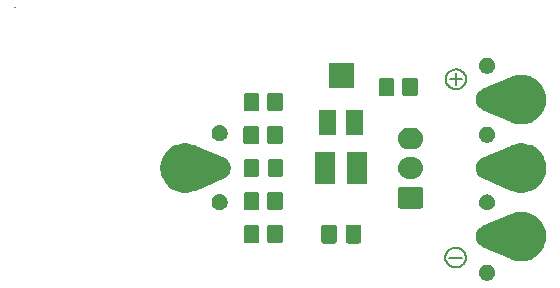
<source format=gbr>
%TF.GenerationSoftware,KiCad,Pcbnew,5.0.2+dfsg1-1*%
%TF.CreationDate,2021-04-27T11:46:40+02:00*%
%TF.ProjectId,eTprox,65547072-6f78-42e6-9b69-6361645f7063,v02*%
%TF.SameCoordinates,Original*%
%TF.FileFunction,Soldermask,Top*%
%TF.FilePolarity,Negative*%
%FSLAX46Y46*%
G04 Gerber Fmt 4.6, Leading zero omitted, Abs format (unit mm)*
G04 Created by KiCad (PCBNEW 5.0.2+dfsg1-1) date mar. 27 avril 2021 11:46:40 CEST*
%MOMM*%
%LPD*%
G01*
G04 APERTURE LIST*
%ADD10C,0.200000*%
%ADD11C,0.100000*%
G04 APERTURE END LIST*
D10*
X83694331Y-59953737D02*
X83694331Y-61007163D01*
X84225100Y-60480490D02*
X83171674Y-60480490D01*
X82841410Y-75329500D02*
X82870700Y-75253200D01*
X82819940Y-75409100D02*
X82841410Y-75329500D01*
X84539940Y-75491600D02*
X84544440Y-75576500D01*
X84526740Y-75409100D02*
X84539940Y-75491600D01*
X82862396Y-60233500D02*
X82891689Y-60157200D01*
X82840930Y-60313100D02*
X82862396Y-60233500D01*
X84366511Y-59952100D02*
X84416658Y-60016100D01*
X84310288Y-59893100D02*
X84366511Y-59952100D01*
X83783396Y-61306800D02*
X83694331Y-61310800D01*
X83869888Y-61294200D02*
X83783396Y-61306800D01*
X84439290Y-75180600D02*
X84475980Y-75253200D01*
X84395660Y-75112100D02*
X84439290Y-75180600D01*
X83584280Y-74750100D02*
X83673340Y-74746100D01*
X83497790Y-74762700D02*
X83584280Y-74750100D01*
X82907390Y-75180600D02*
X82951020Y-75112100D01*
X82870700Y-75253200D02*
X82907390Y-75180600D01*
X84560933Y-60395600D02*
X84565434Y-60480500D01*
X84547732Y-60313100D02*
X84560933Y-60395600D01*
X83584270Y-76402800D02*
X83497780Y-76390200D01*
X83673330Y-76406800D02*
X83584270Y-76402800D01*
X84505260Y-75823500D02*
X84475970Y-75899800D01*
X84526720Y-75743900D02*
X84505260Y-75823500D01*
X84439290Y-75972400D02*
X84395660Y-76040900D01*
X84475970Y-75899800D02*
X84439290Y-75972400D01*
X83953368Y-59687200D02*
X84033400Y-59715100D01*
X83869887Y-59666700D02*
X83953368Y-59687200D01*
X84345510Y-76104800D02*
X84289290Y-76163800D01*
X84395660Y-76040900D02*
X84345510Y-76104800D01*
X83140234Y-59839500D02*
X83207294Y-59791700D01*
X83078374Y-59893100D02*
X83140234Y-59839500D01*
X84505270Y-75329500D02*
X84526740Y-75409100D01*
X84475980Y-75253200D02*
X84505270Y-75329500D01*
X84187481Y-75576490D02*
X83134056Y-75576490D01*
X84544440Y-75576500D02*
X84544420Y-75576500D01*
X84345510Y-75048100D02*
X84395660Y-75112100D01*
X84289290Y-74989100D02*
X84345510Y-75048100D01*
X84181372Y-61169200D02*
X84109550Y-61210800D01*
X84366516Y-61008800D02*
X84310293Y-61067800D01*
X83279112Y-61210800D02*
X83207290Y-61169200D01*
X83355259Y-61245800D02*
X83279112Y-61210800D01*
X83119230Y-76217400D02*
X83057380Y-76163800D01*
X83186290Y-76265200D02*
X83119230Y-76217400D01*
X84526269Y-60727500D02*
X84496977Y-60803800D01*
X83258110Y-76306800D02*
X83186290Y-76265200D01*
X83334260Y-76341800D02*
X83258110Y-76306800D01*
X83932370Y-74783200D02*
X84012400Y-74811100D01*
X83848890Y-74762700D02*
X83932370Y-74783200D01*
X84227430Y-76217400D02*
X84160370Y-76265200D01*
X84289290Y-76163800D02*
X84227430Y-76217400D01*
X83414300Y-76369700D02*
X83334260Y-76341800D01*
X83497780Y-76390200D02*
X83414300Y-76369700D01*
X84109550Y-61210800D02*
X84033403Y-61245800D01*
X84109546Y-59750100D02*
X84181368Y-59791700D01*
X84033400Y-59715100D02*
X84109546Y-59750100D01*
X84416662Y-60944900D02*
X84366516Y-61008800D01*
X82928368Y-60876400D02*
X82891686Y-60803800D01*
X82972001Y-60944900D02*
X82928368Y-60876400D01*
X83119250Y-74935500D02*
X83186310Y-74887700D01*
X83057390Y-74989100D02*
X83119250Y-74935500D01*
X84547734Y-60647900D02*
X84526269Y-60727500D01*
X83435294Y-59687200D02*
X83518775Y-59666700D01*
X83355262Y-59715100D02*
X83435294Y-59687200D01*
X84526266Y-60233500D02*
X84547732Y-60313100D01*
X84496973Y-60157200D02*
X84526266Y-60233500D01*
X83258130Y-74846100D02*
X83334280Y-74811100D01*
X83186310Y-74887700D02*
X83258130Y-74846100D01*
X84310293Y-61067800D02*
X84248433Y-61121400D01*
X83001160Y-76104800D02*
X82951010Y-76040900D01*
X83057380Y-76163800D02*
X83001160Y-76104800D01*
X84565434Y-60480500D02*
X84560934Y-60565400D01*
X83932360Y-76369700D02*
X83848880Y-76390200D01*
X84012400Y-76341800D02*
X83932360Y-76369700D01*
X83953370Y-61273700D02*
X83869888Y-61294200D01*
X84033403Y-61245800D02*
X83953370Y-61273700D01*
X84496977Y-60803800D02*
X84460295Y-60876400D01*
X84227430Y-74935500D02*
X84289290Y-74989100D01*
X84160370Y-74887700D02*
X84227430Y-74935500D01*
X84088550Y-74846100D02*
X84160370Y-74887700D01*
X84012400Y-74811100D02*
X84088550Y-74846100D01*
X84460291Y-60084600D02*
X84496973Y-60157200D01*
X84416658Y-60016100D02*
X84460291Y-60084600D01*
X82806740Y-75661400D02*
X82802240Y-75576500D01*
X82819940Y-75743900D02*
X82806740Y-75661400D01*
X83605267Y-59654100D02*
X83694331Y-59650100D01*
X83518775Y-59666700D02*
X83605267Y-59654100D01*
X84248428Y-59839500D02*
X84310288Y-59893100D01*
X84181368Y-59791700D02*
X84248428Y-59839500D01*
X84248433Y-61121400D02*
X84181372Y-61169200D01*
X82827729Y-60565400D02*
X82823229Y-60480500D01*
X82840929Y-60647900D02*
X82827729Y-60565400D01*
X46331847Y-54403810D02*
X46331847Y-54403810D01*
X82841410Y-75823500D02*
X82819940Y-75743900D01*
X82870700Y-75899800D02*
X82841410Y-75823500D01*
X83022151Y-59952100D02*
X83078374Y-59893100D01*
X82972004Y-60016100D02*
X83022151Y-59952100D01*
X83783395Y-59654100D02*
X83869887Y-59666700D01*
X83694331Y-59650100D02*
X83783395Y-59654100D01*
X83001170Y-75048100D02*
X83057390Y-74989100D01*
X82951020Y-75112100D02*
X83001170Y-75048100D01*
X83022147Y-61008800D02*
X82972001Y-60944900D01*
X83078370Y-61067800D02*
X83022147Y-61008800D01*
X83279116Y-59750100D02*
X83355262Y-59715100D01*
X83207294Y-59791700D02*
X83279116Y-59750100D01*
X83414310Y-74783200D02*
X83497790Y-74762700D01*
X83334280Y-74811100D02*
X83414310Y-74783200D01*
X82806740Y-75491600D02*
X82819940Y-75409100D01*
X82802240Y-75576500D02*
X82806740Y-75491600D01*
X82827729Y-60395600D02*
X82840930Y-60313100D01*
X82823229Y-60480500D02*
X82827729Y-60395600D01*
X84460295Y-60876400D02*
X84416662Y-60944900D01*
X83435292Y-61273700D02*
X83355259Y-61245800D01*
X83518774Y-61294200D02*
X83435292Y-61273700D01*
X83140230Y-61121400D02*
X83078370Y-61067800D01*
X83207290Y-61169200D02*
X83140230Y-61121400D01*
X82928371Y-60084600D02*
X82972004Y-60016100D01*
X82891689Y-60157200D02*
X82928371Y-60084600D01*
X83762390Y-76402800D02*
X83673330Y-76406800D01*
X83848880Y-76390200D02*
X83762390Y-76402800D01*
X83605266Y-61306800D02*
X83518774Y-61294200D01*
X83694331Y-61310800D02*
X83605266Y-61306800D01*
X82862394Y-60727500D02*
X82840929Y-60647900D01*
X82891686Y-60803800D02*
X82862394Y-60727500D01*
X83762400Y-74750100D02*
X83848890Y-74762700D01*
X83673340Y-74746100D02*
X83762400Y-74750100D01*
X84088550Y-76306800D02*
X84012400Y-76341800D01*
X84160370Y-76265200D02*
X84088550Y-76306800D01*
X84539920Y-75661400D02*
X84526720Y-75743900D01*
X84544420Y-75576500D02*
X84539920Y-75661400D01*
X82907380Y-75972400D02*
X82870700Y-75899800D01*
X82951010Y-76040900D02*
X82907380Y-75972400D01*
X84560934Y-60565400D02*
X84547734Y-60647900D01*
D11*
G36*
X86537241Y-76197785D02*
X86660301Y-76248759D01*
X86771053Y-76322761D01*
X86865239Y-76416947D01*
X86939241Y-76527699D01*
X86990215Y-76650759D01*
X87016200Y-76781399D01*
X87016200Y-76914601D01*
X86990215Y-77045241D01*
X86939241Y-77168301D01*
X86865239Y-77279053D01*
X86771053Y-77373239D01*
X86660301Y-77447241D01*
X86537241Y-77498215D01*
X86406601Y-77524200D01*
X86273399Y-77524200D01*
X86142759Y-77498215D01*
X86019699Y-77447241D01*
X85908947Y-77373239D01*
X85814761Y-77279053D01*
X85740759Y-77168301D01*
X85689785Y-77045241D01*
X85663800Y-76914601D01*
X85663800Y-76781399D01*
X85689785Y-76650759D01*
X85740759Y-76527699D01*
X85814761Y-76416947D01*
X85908947Y-76322761D01*
X86019699Y-76248759D01*
X86142759Y-76197785D01*
X86273399Y-76171800D01*
X86406601Y-76171800D01*
X86537241Y-76197785D01*
X86537241Y-76197785D01*
G37*
G36*
X89446114Y-71708934D02*
X89651907Y-71729203D01*
X89915959Y-71809302D01*
X90047986Y-71849352D01*
X90094188Y-71874048D01*
X90413012Y-72044463D01*
X90732961Y-72307039D01*
X90995537Y-72626988D01*
X91106399Y-72834397D01*
X91190648Y-72992014D01*
X91221448Y-73093549D01*
X91310797Y-73388093D01*
X91351366Y-73800000D01*
X91310797Y-74211907D01*
X91258662Y-74383773D01*
X91190648Y-74607986D01*
X91162301Y-74661019D01*
X90995537Y-74973012D01*
X90732961Y-75292961D01*
X90413012Y-75555537D01*
X90160959Y-75690262D01*
X90047986Y-75750648D01*
X89915959Y-75790698D01*
X89651907Y-75870797D01*
X89446114Y-75891066D01*
X89343219Y-75901200D01*
X89136781Y-75901200D01*
X89033886Y-75891066D01*
X88828093Y-75870797D01*
X88564041Y-75790698D01*
X88432014Y-75750648D01*
X88383511Y-75724722D01*
X88359795Y-75712046D01*
X88350115Y-75707395D01*
X85920373Y-74666077D01*
X85908068Y-74660073D01*
X85903249Y-74657421D01*
X85902502Y-74656909D01*
X85890716Y-74649747D01*
X85874837Y-74641259D01*
X85740795Y-74551696D01*
X85719642Y-74534336D01*
X85605664Y-74420358D01*
X85588304Y-74399205D01*
X85498743Y-74265168D01*
X85485853Y-74241050D01*
X85424159Y-74092109D01*
X85422370Y-74086211D01*
X85422367Y-74086204D01*
X85418010Y-74071840D01*
X85418009Y-74071833D01*
X85416218Y-74065930D01*
X85384769Y-73907825D01*
X85382088Y-73880604D01*
X85382088Y-73719396D01*
X85384769Y-73692175D01*
X85416218Y-73534070D01*
X85418009Y-73528167D01*
X85418010Y-73528160D01*
X85422367Y-73513796D01*
X85422370Y-73513789D01*
X85424159Y-73507891D01*
X85485853Y-73358950D01*
X85498743Y-73334832D01*
X85588304Y-73200795D01*
X85605664Y-73179642D01*
X85719642Y-73065664D01*
X85740795Y-73048304D01*
X85874833Y-72958743D01*
X85891115Y-72950040D01*
X85901950Y-72943524D01*
X85904270Y-72941964D01*
X85908635Y-72939596D01*
X85920194Y-72933999D01*
X88350115Y-71892605D01*
X88359795Y-71887954D01*
X88385812Y-71874048D01*
X88432014Y-71849352D01*
X88564041Y-71809302D01*
X88828093Y-71729203D01*
X89033886Y-71708934D01*
X89136781Y-71698800D01*
X89343219Y-71698800D01*
X89446114Y-71708934D01*
X89446114Y-71708934D01*
G37*
G36*
X75531553Y-72791440D02*
X75570952Y-72803391D01*
X75607261Y-72822799D01*
X75639084Y-72848916D01*
X75665201Y-72880739D01*
X75684609Y-72917048D01*
X75696560Y-72956447D01*
X75701200Y-73003557D01*
X75701200Y-74172443D01*
X75696560Y-74219553D01*
X75684609Y-74258952D01*
X75665201Y-74295261D01*
X75639084Y-74327084D01*
X75607261Y-74353201D01*
X75570952Y-74372609D01*
X75531553Y-74384560D01*
X75484443Y-74389200D01*
X74590557Y-74389200D01*
X74543447Y-74384560D01*
X74504048Y-74372609D01*
X74467739Y-74353201D01*
X74435916Y-74327084D01*
X74409799Y-74295261D01*
X74390391Y-74258952D01*
X74378440Y-74219553D01*
X74373800Y-74172443D01*
X74373800Y-73003557D01*
X74378440Y-72956447D01*
X74390391Y-72917048D01*
X74409799Y-72880739D01*
X74435916Y-72848916D01*
X74467739Y-72822799D01*
X74504048Y-72803391D01*
X74543447Y-72791440D01*
X74590557Y-72786800D01*
X75484443Y-72786800D01*
X75531553Y-72791440D01*
X75531553Y-72791440D01*
G37*
G36*
X73456553Y-72791440D02*
X73495952Y-72803391D01*
X73532261Y-72822799D01*
X73564084Y-72848916D01*
X73590201Y-72880739D01*
X73609609Y-72917048D01*
X73621560Y-72956447D01*
X73626200Y-73003557D01*
X73626200Y-74172443D01*
X73621560Y-74219553D01*
X73609609Y-74258952D01*
X73590201Y-74295261D01*
X73564084Y-74327084D01*
X73532261Y-74353201D01*
X73495952Y-74372609D01*
X73456553Y-74384560D01*
X73409443Y-74389200D01*
X72515557Y-74389200D01*
X72468447Y-74384560D01*
X72429048Y-74372609D01*
X72392739Y-74353201D01*
X72360916Y-74327084D01*
X72334799Y-74295261D01*
X72315391Y-74258952D01*
X72303440Y-74219553D01*
X72298800Y-74172443D01*
X72298800Y-73003557D01*
X72303440Y-72956447D01*
X72315391Y-72917048D01*
X72334799Y-72880739D01*
X72360916Y-72848916D01*
X72392739Y-72822799D01*
X72429048Y-72803391D01*
X72468447Y-72791440D01*
X72515557Y-72786800D01*
X73409443Y-72786800D01*
X73456553Y-72791440D01*
X73456553Y-72791440D01*
G37*
G36*
X66903989Y-72816405D02*
X66943051Y-72828254D01*
X66979053Y-72847498D01*
X67010607Y-72873393D01*
X67036502Y-72904947D01*
X67055746Y-72940949D01*
X67067595Y-72980011D01*
X67072200Y-73026770D01*
X67072200Y-74149230D01*
X67067595Y-74195989D01*
X67055746Y-74235051D01*
X67036502Y-74271053D01*
X67010607Y-74302607D01*
X66979053Y-74328502D01*
X66943051Y-74347746D01*
X66903989Y-74359595D01*
X66857230Y-74364200D01*
X65934770Y-74364200D01*
X65888011Y-74359595D01*
X65848949Y-74347746D01*
X65812947Y-74328502D01*
X65781393Y-74302607D01*
X65755498Y-74271053D01*
X65736254Y-74235051D01*
X65724405Y-74195989D01*
X65719800Y-74149230D01*
X65719800Y-73026770D01*
X65724405Y-72980011D01*
X65736254Y-72940949D01*
X65755498Y-72904947D01*
X65781393Y-72873393D01*
X65812947Y-72847498D01*
X65848949Y-72828254D01*
X65888011Y-72816405D01*
X65934770Y-72811800D01*
X66857230Y-72811800D01*
X66903989Y-72816405D01*
X66903989Y-72816405D01*
G37*
G36*
X68903989Y-72816405D02*
X68943051Y-72828254D01*
X68979053Y-72847498D01*
X69010607Y-72873393D01*
X69036502Y-72904947D01*
X69055746Y-72940949D01*
X69067595Y-72980011D01*
X69072200Y-73026770D01*
X69072200Y-74149230D01*
X69067595Y-74195989D01*
X69055746Y-74235051D01*
X69036502Y-74271053D01*
X69010607Y-74302607D01*
X68979053Y-74328502D01*
X68943051Y-74347746D01*
X68903989Y-74359595D01*
X68857230Y-74364200D01*
X67934770Y-74364200D01*
X67888011Y-74359595D01*
X67848949Y-74347746D01*
X67812947Y-74328502D01*
X67781393Y-74302607D01*
X67755498Y-74271053D01*
X67736254Y-74235051D01*
X67724405Y-74195989D01*
X67719800Y-74149230D01*
X67719800Y-73026770D01*
X67724405Y-72980011D01*
X67736254Y-72940949D01*
X67755498Y-72904947D01*
X67781393Y-72873393D01*
X67812947Y-72847498D01*
X67848949Y-72828254D01*
X67888011Y-72816405D01*
X67934770Y-72811800D01*
X68857230Y-72811800D01*
X68903989Y-72816405D01*
X68903989Y-72816405D01*
G37*
G36*
X86537241Y-70249785D02*
X86660301Y-70300759D01*
X86771053Y-70374761D01*
X86865239Y-70468947D01*
X86939241Y-70579699D01*
X86990215Y-70702759D01*
X87016200Y-70833399D01*
X87016200Y-70966601D01*
X86990215Y-71097241D01*
X86939241Y-71220301D01*
X86865239Y-71331053D01*
X86771053Y-71425239D01*
X86660301Y-71499241D01*
X86537241Y-71550215D01*
X86406601Y-71576200D01*
X86273399Y-71576200D01*
X86142759Y-71550215D01*
X86019699Y-71499241D01*
X85908947Y-71425239D01*
X85814761Y-71331053D01*
X85740759Y-71220301D01*
X85689785Y-71097241D01*
X85663800Y-70966601D01*
X85663800Y-70833399D01*
X85689785Y-70702759D01*
X85740759Y-70579699D01*
X85814761Y-70468947D01*
X85908947Y-70374761D01*
X86019699Y-70300759D01*
X86142759Y-70249785D01*
X86273399Y-70223800D01*
X86406601Y-70223800D01*
X86537241Y-70249785D01*
X86537241Y-70249785D01*
G37*
G36*
X66903989Y-70022405D02*
X66943051Y-70034254D01*
X66979053Y-70053498D01*
X67010607Y-70079393D01*
X67036502Y-70110947D01*
X67055746Y-70146949D01*
X67067595Y-70186011D01*
X67072200Y-70232770D01*
X67072200Y-71355230D01*
X67067595Y-71401989D01*
X67055746Y-71441051D01*
X67036502Y-71477053D01*
X67010607Y-71508607D01*
X66979053Y-71534502D01*
X66943051Y-71553746D01*
X66903989Y-71565595D01*
X66857230Y-71570200D01*
X65934770Y-71570200D01*
X65888011Y-71565595D01*
X65848949Y-71553746D01*
X65812947Y-71534502D01*
X65781393Y-71508607D01*
X65755498Y-71477053D01*
X65736254Y-71441051D01*
X65724405Y-71401989D01*
X65719800Y-71355230D01*
X65719800Y-70232770D01*
X65724405Y-70186011D01*
X65736254Y-70146949D01*
X65755498Y-70110947D01*
X65781393Y-70079393D01*
X65812947Y-70053498D01*
X65848949Y-70034254D01*
X65888011Y-70022405D01*
X65934770Y-70017800D01*
X66857230Y-70017800D01*
X66903989Y-70022405D01*
X66903989Y-70022405D01*
G37*
G36*
X68903989Y-70022405D02*
X68943051Y-70034254D01*
X68979053Y-70053498D01*
X69010607Y-70079393D01*
X69036502Y-70110947D01*
X69055746Y-70146949D01*
X69067595Y-70186011D01*
X69072200Y-70232770D01*
X69072200Y-71355230D01*
X69067595Y-71401989D01*
X69055746Y-71441051D01*
X69036502Y-71477053D01*
X69010607Y-71508607D01*
X68979053Y-71534502D01*
X68943051Y-71553746D01*
X68903989Y-71565595D01*
X68857230Y-71570200D01*
X67934770Y-71570200D01*
X67888011Y-71565595D01*
X67848949Y-71553746D01*
X67812947Y-71534502D01*
X67781393Y-71508607D01*
X67755498Y-71477053D01*
X67736254Y-71441051D01*
X67724405Y-71401989D01*
X67719800Y-71355230D01*
X67719800Y-70232770D01*
X67724405Y-70186011D01*
X67736254Y-70146949D01*
X67755498Y-70110947D01*
X67781393Y-70079393D01*
X67812947Y-70053498D01*
X67848949Y-70034254D01*
X67888011Y-70022405D01*
X67934770Y-70017800D01*
X68857230Y-70017800D01*
X68903989Y-70022405D01*
X68903989Y-70022405D01*
G37*
G36*
X63889241Y-70227785D02*
X64012301Y-70278759D01*
X64123053Y-70352761D01*
X64217239Y-70446947D01*
X64291241Y-70557699D01*
X64342215Y-70680759D01*
X64368200Y-70811399D01*
X64368200Y-70944601D01*
X64342215Y-71075241D01*
X64291241Y-71198301D01*
X64217239Y-71309053D01*
X64123053Y-71403239D01*
X64012301Y-71477241D01*
X63889241Y-71528215D01*
X63758601Y-71554200D01*
X63625399Y-71554200D01*
X63494759Y-71528215D01*
X63371699Y-71477241D01*
X63260947Y-71403239D01*
X63166761Y-71309053D01*
X63092759Y-71198301D01*
X63041785Y-71075241D01*
X63015800Y-70944601D01*
X63015800Y-70811399D01*
X63041785Y-70680759D01*
X63092759Y-70557699D01*
X63166761Y-70446947D01*
X63260947Y-70352761D01*
X63371699Y-70278759D01*
X63494759Y-70227785D01*
X63625399Y-70201800D01*
X63758601Y-70201800D01*
X63889241Y-70227785D01*
X63889241Y-70227785D01*
G37*
G36*
X80744835Y-69577932D02*
X80779275Y-69588379D01*
X80811009Y-69605342D01*
X80838828Y-69628172D01*
X80861658Y-69655991D01*
X80878621Y-69687725D01*
X80889068Y-69722165D01*
X80893200Y-69764117D01*
X80893200Y-71235883D01*
X80889068Y-71277835D01*
X80878621Y-71312275D01*
X80861658Y-71344009D01*
X80838828Y-71371828D01*
X80811009Y-71394658D01*
X80779275Y-71411621D01*
X80744835Y-71422068D01*
X80702883Y-71426200D01*
X78981117Y-71426200D01*
X78939165Y-71422068D01*
X78904725Y-71411621D01*
X78872991Y-71394658D01*
X78845172Y-71371828D01*
X78822342Y-71344009D01*
X78805379Y-71312275D01*
X78794932Y-71277835D01*
X78790800Y-71235883D01*
X78790800Y-69764117D01*
X78794932Y-69722165D01*
X78805379Y-69687725D01*
X78822342Y-69655991D01*
X78845172Y-69628172D01*
X78872991Y-69605342D01*
X78904725Y-69588379D01*
X78939165Y-69577932D01*
X78981117Y-69573800D01*
X80702883Y-69573800D01*
X80744835Y-69577932D01*
X80744835Y-69577932D01*
G37*
G36*
X89352133Y-65899678D02*
X89651907Y-65929203D01*
X89915959Y-66009302D01*
X90047986Y-66049352D01*
X90113797Y-66084529D01*
X90413012Y-66244463D01*
X90732961Y-66507039D01*
X90995537Y-66826988D01*
X91127461Y-67073800D01*
X91190648Y-67192014D01*
X91201940Y-67229240D01*
X91310797Y-67588093D01*
X91351366Y-68000000D01*
X91310797Y-68411907D01*
X91294640Y-68465168D01*
X91190648Y-68807986D01*
X91162301Y-68861019D01*
X90995537Y-69173012D01*
X90732961Y-69492961D01*
X90413012Y-69755537D01*
X90160959Y-69890262D01*
X90047986Y-69950648D01*
X90004695Y-69963780D01*
X89651907Y-70070797D01*
X89446114Y-70091066D01*
X89343219Y-70101200D01*
X89136781Y-70101200D01*
X89033886Y-70091066D01*
X88828093Y-70070797D01*
X88475305Y-69963780D01*
X88432014Y-69950648D01*
X88383511Y-69924722D01*
X88359795Y-69912046D01*
X88350115Y-69907395D01*
X85920373Y-68866077D01*
X85908068Y-68860073D01*
X85903249Y-68857421D01*
X85902502Y-68856909D01*
X85890716Y-68849747D01*
X85874837Y-68841259D01*
X85740795Y-68751696D01*
X85719642Y-68734336D01*
X85605664Y-68620358D01*
X85588304Y-68599205D01*
X85498743Y-68465168D01*
X85485853Y-68441050D01*
X85424159Y-68292109D01*
X85422370Y-68286211D01*
X85422367Y-68286204D01*
X85418010Y-68271840D01*
X85418009Y-68271833D01*
X85416218Y-68265930D01*
X85384769Y-68107825D01*
X85382088Y-68080604D01*
X85382088Y-67919396D01*
X85384769Y-67892175D01*
X85416218Y-67734070D01*
X85418009Y-67728167D01*
X85418010Y-67728160D01*
X85422367Y-67713796D01*
X85422370Y-67713789D01*
X85424159Y-67707891D01*
X85485853Y-67558950D01*
X85498743Y-67534832D01*
X85588304Y-67400795D01*
X85605664Y-67379642D01*
X85719642Y-67265664D01*
X85740795Y-67248304D01*
X85874833Y-67158743D01*
X85891115Y-67150040D01*
X85901950Y-67143524D01*
X85904270Y-67141964D01*
X85908635Y-67139596D01*
X85920194Y-67133999D01*
X88350115Y-66092605D01*
X88359795Y-66087954D01*
X88400960Y-66065951D01*
X88432014Y-66049352D01*
X88564041Y-66009302D01*
X88828093Y-65929203D01*
X89127867Y-65899678D01*
X89136781Y-65898800D01*
X89343219Y-65898800D01*
X89352133Y-65899678D01*
X89352133Y-65899678D01*
G37*
G36*
X60904133Y-65899678D02*
X61203907Y-65929203D01*
X61467959Y-66009302D01*
X61599986Y-66049352D01*
X61631040Y-66065951D01*
X61672205Y-66087954D01*
X61681885Y-66092605D01*
X64111627Y-67133923D01*
X64123932Y-67139927D01*
X64128751Y-67142579D01*
X64129498Y-67143091D01*
X64141284Y-67150253D01*
X64157163Y-67158741D01*
X64291205Y-67248304D01*
X64312358Y-67265664D01*
X64426336Y-67379642D01*
X64443696Y-67400795D01*
X64533257Y-67534832D01*
X64546147Y-67558950D01*
X64607841Y-67707891D01*
X64609630Y-67713789D01*
X64609633Y-67713796D01*
X64613990Y-67728160D01*
X64613991Y-67728167D01*
X64615782Y-67734070D01*
X64647231Y-67892175D01*
X64649912Y-67919396D01*
X64649912Y-68080604D01*
X64647231Y-68107825D01*
X64615782Y-68265930D01*
X64613991Y-68271833D01*
X64613990Y-68271840D01*
X64609633Y-68286204D01*
X64609630Y-68286211D01*
X64607841Y-68292109D01*
X64546147Y-68441050D01*
X64533257Y-68465168D01*
X64443696Y-68599205D01*
X64426336Y-68620358D01*
X64312358Y-68734336D01*
X64291205Y-68751696D01*
X64157167Y-68841257D01*
X64140885Y-68849960D01*
X64130050Y-68856476D01*
X64127730Y-68858036D01*
X64123365Y-68860404D01*
X64111806Y-68866001D01*
X61681885Y-69907395D01*
X61672205Y-69912046D01*
X61648489Y-69924722D01*
X61599986Y-69950648D01*
X61556695Y-69963780D01*
X61203907Y-70070797D01*
X60998114Y-70091066D01*
X60895219Y-70101200D01*
X60688781Y-70101200D01*
X60585886Y-70091066D01*
X60380093Y-70070797D01*
X60027305Y-69963780D01*
X59984014Y-69950648D01*
X59871041Y-69890262D01*
X59618988Y-69755537D01*
X59299039Y-69492961D01*
X59036463Y-69173012D01*
X58869699Y-68861019D01*
X58841352Y-68807986D01*
X58737360Y-68465168D01*
X58721203Y-68411907D01*
X58680634Y-68000000D01*
X58721203Y-67588093D01*
X58830060Y-67229240D01*
X58841352Y-67192014D01*
X58904539Y-67073800D01*
X59036463Y-66826988D01*
X59299039Y-66507039D01*
X59618988Y-66244463D01*
X59918203Y-66084529D01*
X59984014Y-66049352D01*
X60116041Y-66009302D01*
X60380093Y-65929203D01*
X60679867Y-65899678D01*
X60688781Y-65898800D01*
X60895219Y-65898800D01*
X60904133Y-65899678D01*
X60904133Y-65899678D01*
G37*
G36*
X76206200Y-69351200D02*
X74493800Y-69351200D01*
X74493800Y-66648800D01*
X76206200Y-66648800D01*
X76206200Y-69351200D01*
X76206200Y-69351200D01*
G37*
G36*
X73506200Y-69351200D02*
X71793800Y-69351200D01*
X71793800Y-66648800D01*
X73506200Y-66648800D01*
X73506200Y-69351200D01*
X73506200Y-69351200D01*
G37*
G36*
X80148563Y-67087201D02*
X80148566Y-67087202D01*
X80148567Y-67087202D01*
X80323156Y-67140163D01*
X80323158Y-67140164D01*
X80323161Y-67140165D01*
X80484059Y-67226166D01*
X80625091Y-67341909D01*
X80740834Y-67482941D01*
X80826835Y-67643839D01*
X80826836Y-67643842D01*
X80826837Y-67643844D01*
X80879798Y-67818433D01*
X80879799Y-67818437D01*
X80897681Y-68000000D01*
X80879799Y-68181563D01*
X80879798Y-68181566D01*
X80879798Y-68181567D01*
X80848057Y-68286204D01*
X80826835Y-68356161D01*
X80740834Y-68517059D01*
X80625091Y-68658091D01*
X80484059Y-68773834D01*
X80323161Y-68859835D01*
X80323158Y-68859836D01*
X80323156Y-68859837D01*
X80148567Y-68912798D01*
X80148566Y-68912798D01*
X80148563Y-68912799D01*
X80012500Y-68926200D01*
X79671500Y-68926200D01*
X79535437Y-68912799D01*
X79535434Y-68912798D01*
X79535433Y-68912798D01*
X79360844Y-68859837D01*
X79360842Y-68859836D01*
X79360839Y-68859835D01*
X79199941Y-68773834D01*
X79058909Y-68658091D01*
X78943166Y-68517059D01*
X78857165Y-68356161D01*
X78835944Y-68286204D01*
X78804202Y-68181567D01*
X78804202Y-68181566D01*
X78804201Y-68181563D01*
X78786319Y-68000000D01*
X78804201Y-67818437D01*
X78804202Y-67818433D01*
X78857163Y-67643844D01*
X78857164Y-67643842D01*
X78857165Y-67643839D01*
X78943166Y-67482941D01*
X79058909Y-67341909D01*
X79199941Y-67226166D01*
X79360839Y-67140165D01*
X79360842Y-67140164D01*
X79360844Y-67140163D01*
X79535433Y-67087202D01*
X79535434Y-67087202D01*
X79535437Y-67087201D01*
X79671500Y-67073800D01*
X80012500Y-67073800D01*
X80148563Y-67087201D01*
X80148563Y-67087201D01*
G37*
G36*
X68910055Y-67228476D02*
X68949805Y-67240534D01*
X68986431Y-67260111D01*
X69018539Y-67286461D01*
X69044889Y-67318569D01*
X69064466Y-67355195D01*
X69076524Y-67394945D01*
X69081200Y-67442418D01*
X69081200Y-68557582D01*
X69076524Y-68605055D01*
X69064466Y-68644805D01*
X69044889Y-68681431D01*
X69018539Y-68713539D01*
X68986431Y-68739889D01*
X68949805Y-68759466D01*
X68910055Y-68771524D01*
X68862582Y-68776200D01*
X67997418Y-68776200D01*
X67949945Y-68771524D01*
X67910195Y-68759466D01*
X67873569Y-68739889D01*
X67841461Y-68713539D01*
X67815111Y-68681431D01*
X67795534Y-68644805D01*
X67783476Y-68605055D01*
X67778800Y-68557582D01*
X67778800Y-67442418D01*
X67783476Y-67394945D01*
X67795534Y-67355195D01*
X67815111Y-67318569D01*
X67841461Y-67286461D01*
X67873569Y-67260111D01*
X67910195Y-67240534D01*
X67949945Y-67228476D01*
X67997418Y-67223800D01*
X68862582Y-67223800D01*
X68910055Y-67228476D01*
X68910055Y-67228476D01*
G37*
G36*
X66860055Y-67228476D02*
X66899805Y-67240534D01*
X66936431Y-67260111D01*
X66968539Y-67286461D01*
X66994889Y-67318569D01*
X67014466Y-67355195D01*
X67026524Y-67394945D01*
X67031200Y-67442418D01*
X67031200Y-68557582D01*
X67026524Y-68605055D01*
X67014466Y-68644805D01*
X66994889Y-68681431D01*
X66968539Y-68713539D01*
X66936431Y-68739889D01*
X66899805Y-68759466D01*
X66860055Y-68771524D01*
X66812582Y-68776200D01*
X65947418Y-68776200D01*
X65899945Y-68771524D01*
X65860195Y-68759466D01*
X65823569Y-68739889D01*
X65791461Y-68713539D01*
X65765111Y-68681431D01*
X65745534Y-68644805D01*
X65733476Y-68605055D01*
X65728800Y-68557582D01*
X65728800Y-67442418D01*
X65733476Y-67394945D01*
X65745534Y-67355195D01*
X65765111Y-67318569D01*
X65791461Y-67286461D01*
X65823569Y-67260111D01*
X65860195Y-67240534D01*
X65899945Y-67228476D01*
X65947418Y-67223800D01*
X66812582Y-67223800D01*
X66860055Y-67228476D01*
X66860055Y-67228476D01*
G37*
G36*
X80148563Y-64587201D02*
X80148566Y-64587202D01*
X80148567Y-64587202D01*
X80323156Y-64640163D01*
X80323158Y-64640164D01*
X80323161Y-64640165D01*
X80484059Y-64726166D01*
X80625091Y-64841909D01*
X80740834Y-64982941D01*
X80826835Y-65143839D01*
X80879799Y-65318437D01*
X80897681Y-65500000D01*
X80879799Y-65681563D01*
X80879798Y-65681566D01*
X80879798Y-65681567D01*
X80827779Y-65853051D01*
X80826835Y-65856161D01*
X80740834Y-66017059D01*
X80625091Y-66158091D01*
X80484059Y-66273834D01*
X80323161Y-66359835D01*
X80323158Y-66359836D01*
X80323156Y-66359837D01*
X80148567Y-66412798D01*
X80148566Y-66412798D01*
X80148563Y-66412799D01*
X80012500Y-66426200D01*
X79671500Y-66426200D01*
X79535437Y-66412799D01*
X79535434Y-66412798D01*
X79535433Y-66412798D01*
X79360844Y-66359837D01*
X79360842Y-66359836D01*
X79360839Y-66359835D01*
X79199941Y-66273834D01*
X79058909Y-66158091D01*
X78943166Y-66017059D01*
X78857165Y-65856161D01*
X78856222Y-65853051D01*
X78804202Y-65681567D01*
X78804202Y-65681566D01*
X78804201Y-65681563D01*
X78786319Y-65500000D01*
X78804201Y-65318437D01*
X78857165Y-65143839D01*
X78943166Y-64982941D01*
X79058909Y-64841909D01*
X79199941Y-64726166D01*
X79360839Y-64640165D01*
X79360842Y-64640164D01*
X79360844Y-64640163D01*
X79535433Y-64587202D01*
X79535434Y-64587202D01*
X79535437Y-64587201D01*
X79671500Y-64573800D01*
X80012500Y-64573800D01*
X80148563Y-64587201D01*
X80148563Y-64587201D01*
G37*
G36*
X68887989Y-64434405D02*
X68927051Y-64446254D01*
X68963053Y-64465498D01*
X68994607Y-64491393D01*
X69020502Y-64522947D01*
X69039746Y-64558949D01*
X69051595Y-64598011D01*
X69056200Y-64644770D01*
X69056200Y-65767230D01*
X69051595Y-65813989D01*
X69039746Y-65853051D01*
X69020502Y-65889053D01*
X68994607Y-65920607D01*
X68963053Y-65946502D01*
X68927051Y-65965746D01*
X68887989Y-65977595D01*
X68841230Y-65982200D01*
X67918770Y-65982200D01*
X67872011Y-65977595D01*
X67832949Y-65965746D01*
X67796947Y-65946502D01*
X67765393Y-65920607D01*
X67739498Y-65889053D01*
X67720254Y-65853051D01*
X67708405Y-65813989D01*
X67703800Y-65767230D01*
X67703800Y-64644770D01*
X67708405Y-64598011D01*
X67720254Y-64558949D01*
X67739498Y-64522947D01*
X67765393Y-64491393D01*
X67796947Y-64465498D01*
X67832949Y-64446254D01*
X67872011Y-64434405D01*
X67918770Y-64429800D01*
X68841230Y-64429800D01*
X68887989Y-64434405D01*
X68887989Y-64434405D01*
G37*
G36*
X66887989Y-64434405D02*
X66927051Y-64446254D01*
X66963053Y-64465498D01*
X66994607Y-64491393D01*
X67020502Y-64522947D01*
X67039746Y-64558949D01*
X67051595Y-64598011D01*
X67056200Y-64644770D01*
X67056200Y-65767230D01*
X67051595Y-65813989D01*
X67039746Y-65853051D01*
X67020502Y-65889053D01*
X66994607Y-65920607D01*
X66963053Y-65946502D01*
X66927051Y-65965746D01*
X66887989Y-65977595D01*
X66841230Y-65982200D01*
X65918770Y-65982200D01*
X65872011Y-65977595D01*
X65832949Y-65965746D01*
X65796947Y-65946502D01*
X65765393Y-65920607D01*
X65739498Y-65889053D01*
X65720254Y-65853051D01*
X65708405Y-65813989D01*
X65703800Y-65767230D01*
X65703800Y-64644770D01*
X65708405Y-64598011D01*
X65720254Y-64558949D01*
X65739498Y-64522947D01*
X65765393Y-64491393D01*
X65796947Y-64465498D01*
X65832949Y-64446254D01*
X65872011Y-64434405D01*
X65918770Y-64429800D01*
X66841230Y-64429800D01*
X66887989Y-64434405D01*
X66887989Y-64434405D01*
G37*
G36*
X86537241Y-64513785D02*
X86660301Y-64564759D01*
X86771053Y-64638761D01*
X86865239Y-64732947D01*
X86939241Y-64843699D01*
X86990215Y-64966759D01*
X87016200Y-65097399D01*
X87016200Y-65230601D01*
X86990215Y-65361241D01*
X86939241Y-65484301D01*
X86865239Y-65595053D01*
X86771053Y-65689239D01*
X86660301Y-65763241D01*
X86537241Y-65814215D01*
X86406601Y-65840200D01*
X86273399Y-65840200D01*
X86142759Y-65814215D01*
X86019699Y-65763241D01*
X85908947Y-65689239D01*
X85814761Y-65595053D01*
X85740759Y-65484301D01*
X85689785Y-65361241D01*
X85663800Y-65230601D01*
X85663800Y-65097399D01*
X85689785Y-64966759D01*
X85740759Y-64843699D01*
X85814761Y-64732947D01*
X85908947Y-64638761D01*
X86019699Y-64564759D01*
X86142759Y-64513785D01*
X86273399Y-64487800D01*
X86406601Y-64487800D01*
X86537241Y-64513785D01*
X86537241Y-64513785D01*
G37*
G36*
X63889241Y-64385785D02*
X64012301Y-64436759D01*
X64123053Y-64510761D01*
X64217239Y-64604947D01*
X64291241Y-64715699D01*
X64342215Y-64838759D01*
X64368200Y-64969399D01*
X64368200Y-65102601D01*
X64342215Y-65233241D01*
X64291241Y-65356301D01*
X64217239Y-65467053D01*
X64123053Y-65561239D01*
X64012301Y-65635241D01*
X63889241Y-65686215D01*
X63758601Y-65712200D01*
X63625399Y-65712200D01*
X63494759Y-65686215D01*
X63371699Y-65635241D01*
X63260947Y-65561239D01*
X63166761Y-65467053D01*
X63092759Y-65356301D01*
X63041785Y-65233241D01*
X63015800Y-65102601D01*
X63015800Y-64969399D01*
X63041785Y-64838759D01*
X63092759Y-64715699D01*
X63166761Y-64604947D01*
X63260947Y-64510761D01*
X63371699Y-64436759D01*
X63494759Y-64385785D01*
X63625399Y-64359800D01*
X63758601Y-64359800D01*
X63889241Y-64385785D01*
X63889241Y-64385785D01*
G37*
G36*
X73576200Y-65234200D02*
X72123800Y-65234200D01*
X72123800Y-63081800D01*
X73576200Y-63081800D01*
X73576200Y-65234200D01*
X73576200Y-65234200D01*
G37*
G36*
X75876200Y-65234200D02*
X74423800Y-65234200D01*
X74423800Y-63081800D01*
X75876200Y-63081800D01*
X75876200Y-65234200D01*
X75876200Y-65234200D01*
G37*
G36*
X89446114Y-60108934D02*
X89651907Y-60129203D01*
X89915959Y-60209302D01*
X90047986Y-60249352D01*
X90094188Y-60274048D01*
X90413012Y-60444463D01*
X90732961Y-60707039D01*
X90995537Y-61026988D01*
X91106294Y-61234200D01*
X91190648Y-61392014D01*
X91190648Y-61392015D01*
X91310797Y-61788093D01*
X91351366Y-62200000D01*
X91310797Y-62611907D01*
X91294640Y-62665168D01*
X91190648Y-63007986D01*
X91160540Y-63064314D01*
X90995537Y-63373012D01*
X90732961Y-63692961D01*
X90413012Y-63955537D01*
X90160959Y-64090262D01*
X90047986Y-64150648D01*
X89915959Y-64190698D01*
X89651907Y-64270797D01*
X89446114Y-64291066D01*
X89343219Y-64301200D01*
X89136781Y-64301200D01*
X89033886Y-64291066D01*
X88828093Y-64270797D01*
X88564041Y-64190698D01*
X88432014Y-64150648D01*
X88383511Y-64124722D01*
X88359795Y-64112046D01*
X88350115Y-64107395D01*
X85920373Y-63066077D01*
X85908068Y-63060073D01*
X85903249Y-63057421D01*
X85902502Y-63056909D01*
X85890716Y-63049747D01*
X85874837Y-63041259D01*
X85740795Y-62951696D01*
X85719642Y-62934336D01*
X85605664Y-62820358D01*
X85588304Y-62799205D01*
X85498743Y-62665168D01*
X85485853Y-62641050D01*
X85424159Y-62492109D01*
X85422370Y-62486211D01*
X85422367Y-62486204D01*
X85418010Y-62471840D01*
X85418009Y-62471833D01*
X85416218Y-62465930D01*
X85384769Y-62307825D01*
X85382088Y-62280604D01*
X85382088Y-62119396D01*
X85384769Y-62092175D01*
X85416218Y-61934070D01*
X85418009Y-61928167D01*
X85418010Y-61928160D01*
X85422367Y-61913796D01*
X85422370Y-61913789D01*
X85424159Y-61907891D01*
X85485853Y-61758950D01*
X85498743Y-61734832D01*
X85588304Y-61600795D01*
X85605664Y-61579642D01*
X85719642Y-61465664D01*
X85740795Y-61448304D01*
X85874833Y-61358743D01*
X85891115Y-61350040D01*
X85901950Y-61343524D01*
X85904270Y-61341964D01*
X85908635Y-61339596D01*
X85920194Y-61333999D01*
X88350115Y-60292605D01*
X88359795Y-60287954D01*
X88385812Y-60274048D01*
X88432014Y-60249352D01*
X88564041Y-60209302D01*
X88828093Y-60129203D01*
X89033886Y-60108934D01*
X89136781Y-60098800D01*
X89343219Y-60098800D01*
X89446114Y-60108934D01*
X89446114Y-60108934D01*
G37*
G36*
X66903989Y-61640405D02*
X66943051Y-61652254D01*
X66979053Y-61671498D01*
X67010607Y-61697393D01*
X67036502Y-61728947D01*
X67055746Y-61764949D01*
X67067595Y-61804011D01*
X67072200Y-61850770D01*
X67072200Y-62973230D01*
X67067595Y-63019989D01*
X67055746Y-63059051D01*
X67036502Y-63095053D01*
X67010607Y-63126607D01*
X66979053Y-63152502D01*
X66943051Y-63171746D01*
X66903989Y-63183595D01*
X66857230Y-63188200D01*
X65934770Y-63188200D01*
X65888011Y-63183595D01*
X65848949Y-63171746D01*
X65812947Y-63152502D01*
X65781393Y-63126607D01*
X65755498Y-63095053D01*
X65736254Y-63059051D01*
X65724405Y-63019989D01*
X65719800Y-62973230D01*
X65719800Y-61850770D01*
X65724405Y-61804011D01*
X65736254Y-61764949D01*
X65755498Y-61728947D01*
X65781393Y-61697393D01*
X65812947Y-61671498D01*
X65848949Y-61652254D01*
X65888011Y-61640405D01*
X65934770Y-61635800D01*
X66857230Y-61635800D01*
X66903989Y-61640405D01*
X66903989Y-61640405D01*
G37*
G36*
X68903989Y-61640405D02*
X68943051Y-61652254D01*
X68979053Y-61671498D01*
X69010607Y-61697393D01*
X69036502Y-61728947D01*
X69055746Y-61764949D01*
X69067595Y-61804011D01*
X69072200Y-61850770D01*
X69072200Y-62973230D01*
X69067595Y-63019989D01*
X69055746Y-63059051D01*
X69036502Y-63095053D01*
X69010607Y-63126607D01*
X68979053Y-63152502D01*
X68943051Y-63171746D01*
X68903989Y-63183595D01*
X68857230Y-63188200D01*
X67934770Y-63188200D01*
X67888011Y-63183595D01*
X67848949Y-63171746D01*
X67812947Y-63152502D01*
X67781393Y-63126607D01*
X67755498Y-63095053D01*
X67736254Y-63059051D01*
X67724405Y-63019989D01*
X67719800Y-62973230D01*
X67719800Y-61850770D01*
X67724405Y-61804011D01*
X67736254Y-61764949D01*
X67755498Y-61728947D01*
X67781393Y-61697393D01*
X67812947Y-61671498D01*
X67848949Y-61652254D01*
X67888011Y-61640405D01*
X67934770Y-61635800D01*
X68857230Y-61635800D01*
X68903989Y-61640405D01*
X68903989Y-61640405D01*
G37*
G36*
X80333989Y-60370405D02*
X80373051Y-60382254D01*
X80409053Y-60401498D01*
X80440607Y-60427393D01*
X80466502Y-60458947D01*
X80485746Y-60494949D01*
X80497595Y-60534011D01*
X80502200Y-60580770D01*
X80502200Y-61703230D01*
X80497595Y-61749989D01*
X80485746Y-61789051D01*
X80466502Y-61825053D01*
X80440607Y-61856607D01*
X80409053Y-61882502D01*
X80373051Y-61901746D01*
X80333989Y-61913595D01*
X80287230Y-61918200D01*
X79364770Y-61918200D01*
X79318011Y-61913595D01*
X79278949Y-61901746D01*
X79242947Y-61882502D01*
X79211393Y-61856607D01*
X79185498Y-61825053D01*
X79166254Y-61789051D01*
X79154405Y-61749989D01*
X79149800Y-61703230D01*
X79149800Y-60580770D01*
X79154405Y-60534011D01*
X79166254Y-60494949D01*
X79185498Y-60458947D01*
X79211393Y-60427393D01*
X79242947Y-60401498D01*
X79278949Y-60382254D01*
X79318011Y-60370405D01*
X79364770Y-60365800D01*
X80287230Y-60365800D01*
X80333989Y-60370405D01*
X80333989Y-60370405D01*
G37*
G36*
X78333989Y-60370405D02*
X78373051Y-60382254D01*
X78409053Y-60401498D01*
X78440607Y-60427393D01*
X78466502Y-60458947D01*
X78485746Y-60494949D01*
X78497595Y-60534011D01*
X78502200Y-60580770D01*
X78502200Y-61703230D01*
X78497595Y-61749989D01*
X78485746Y-61789051D01*
X78466502Y-61825053D01*
X78440607Y-61856607D01*
X78409053Y-61882502D01*
X78373051Y-61901746D01*
X78333989Y-61913595D01*
X78287230Y-61918200D01*
X77364770Y-61918200D01*
X77318011Y-61913595D01*
X77278949Y-61901746D01*
X77242947Y-61882502D01*
X77211393Y-61856607D01*
X77185498Y-61825053D01*
X77166254Y-61789051D01*
X77154405Y-61749989D01*
X77149800Y-61703230D01*
X77149800Y-60580770D01*
X77154405Y-60534011D01*
X77166254Y-60494949D01*
X77185498Y-60458947D01*
X77211393Y-60427393D01*
X77242947Y-60401498D01*
X77278949Y-60382254D01*
X77318011Y-60370405D01*
X77364770Y-60365800D01*
X78287230Y-60365800D01*
X78333989Y-60370405D01*
X78333989Y-60370405D01*
G37*
G36*
X75076200Y-61234200D02*
X72923800Y-61234200D01*
X72923800Y-59081800D01*
X75076200Y-59081800D01*
X75076200Y-61234200D01*
X75076200Y-61234200D01*
G37*
G36*
X86537241Y-58671785D02*
X86660301Y-58722759D01*
X86771053Y-58796761D01*
X86865239Y-58890947D01*
X86939241Y-59001699D01*
X86990215Y-59124759D01*
X87016200Y-59255399D01*
X87016200Y-59388601D01*
X86990215Y-59519241D01*
X86939241Y-59642301D01*
X86865239Y-59753053D01*
X86771053Y-59847239D01*
X86660301Y-59921241D01*
X86537241Y-59972215D01*
X86406601Y-59998200D01*
X86273399Y-59998200D01*
X86142759Y-59972215D01*
X86019699Y-59921241D01*
X85908947Y-59847239D01*
X85814761Y-59753053D01*
X85740759Y-59642301D01*
X85689785Y-59519241D01*
X85663800Y-59388601D01*
X85663800Y-59255399D01*
X85689785Y-59124759D01*
X85740759Y-59001699D01*
X85814761Y-58890947D01*
X85908947Y-58796761D01*
X86019699Y-58722759D01*
X86142759Y-58671785D01*
X86273399Y-58645800D01*
X86406601Y-58645800D01*
X86537241Y-58671785D01*
X86537241Y-58671785D01*
G37*
M02*

</source>
